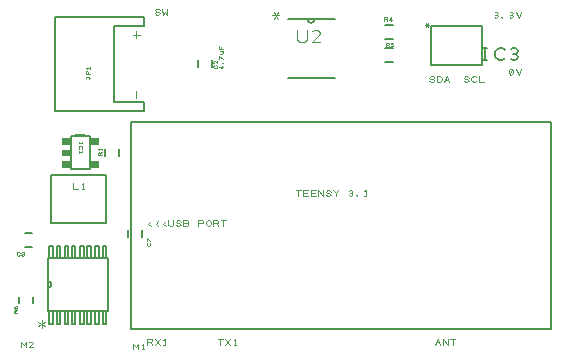
<source format=gbr>
%FSLAX23Y23*%
%MOIN*%
G04 EasyPC Gerber Version 17.0 Build 3379 *
%ADD11C,0.00100*%
%ADD16C,0.00128*%
%ADD13C,0.00300*%
%ADD15C,0.00400*%
%ADD10C,0.00500*%
%ADD12C,0.00600*%
%ADD14C,0.00800*%
X0Y0D02*
D02*
D10*
X356Y438D02*
X541D01*
Y598*
X356*
Y438*
X623Y84D02*
X2023D01*
Y773*
X623*
Y84*
X1798Y982D02*
X1810D01*
X1804D02*
Y1019D01*
X1798D02*
X1810D01*
X1870Y988D02*
X1866Y985D01*
X1860Y982*
X1851*
X1845Y985*
X1841Y988*
X1838Y994*
Y1007*
X1841Y1013*
X1845Y1016*
X1851Y1019*
X1860*
X1866Y1016*
X1870Y1013*
X1891Y985D02*
X1898Y982D01*
X1904*
X1910Y985*
X1913Y991*
X1910Y998*
X1904Y1001*
X1898*
X1904D02*
X1910Y1004D01*
X1913Y1010*
X1910Y1016*
X1904Y1019*
X1898*
X1891Y1016*
X1793Y963D02*
Y1093D01*
X1623*
Y963*
X1793*
D02*
D11*
X257Y23D02*
Y42D01*
X265Y32*
X273Y42*
Y23*
X295D02*
X282D01*
X293Y34*
X295Y37*
X293Y40*
X290Y42*
X285*
X282Y40*
X394Y645D02*
Y625D01*
X420*
Y645*
X394*
G36*
Y625*
X420*
Y645*
X394*
G37*
Y682D02*
Y663D01*
X420*
Y682*
X394*
G36*
Y663*
X420*
Y682*
X394*
G37*
Y720D02*
Y700D01*
X420*
Y720*
X394*
G36*
Y700*
X420*
Y720*
X394*
G37*
X431Y571D02*
Y552D01*
X447*
X459D02*
X466D01*
X462D02*
Y571D01*
X459Y568*
X487Y645D02*
Y625D01*
X512*
Y645*
X487*
G36*
Y625*
X512*
Y645*
X487*
G37*
Y720D02*
Y700D01*
X512*
Y720*
X487*
G36*
Y700*
X512*
Y720*
X487*
G37*
X631Y16D02*
Y34D01*
X639Y25*
X647Y34*
Y16*
X660D02*
X666D01*
X663D02*
Y34D01*
X660Y31*
X689Y427D02*
X681Y435D01*
X689Y443*
X714Y427D02*
X706Y435D01*
X714Y443*
X739Y427D02*
X731Y435D01*
X739Y443*
X748Y446D02*
Y432D01*
X750Y429*
X753Y427*
X759*
X762Y429*
X764Y432*
Y446*
X773Y432D02*
X775Y429D01*
X778Y427*
X784*
X787Y429*
X789Y432*
X787Y435*
X784Y437*
X778*
X775Y438*
X773Y441*
X775Y444*
X778Y446*
X784*
X787Y444*
X789Y441*
X809Y437D02*
X812Y435D01*
X814Y432*
X812Y429*
X809Y427*
X798*
Y446*
X809*
X812Y444*
X814Y441*
X812Y438*
X809Y437*
X798*
X848Y427D02*
Y446D01*
X859*
X862Y444*
X864Y441*
X862Y438*
X859Y437*
X848*
X873Y433D02*
Y440D01*
X875Y443*
X876Y444*
X880Y446*
X883*
X886Y444*
X887Y443*
X889Y440*
Y433*
X887Y430*
X886Y429*
X883Y427*
X880*
X876Y429*
X875Y430*
X873Y433*
X898Y427D02*
Y446D01*
X909*
X912Y444*
X914Y441*
X912Y438*
X909Y437*
X898*
X909D02*
X914Y427D01*
X931D02*
Y446D01*
X923D02*
X939D01*
X678Y32D02*
Y51D01*
X689*
X692Y49*
X694Y46*
X692Y43*
X689Y42*
X678*
X689D02*
X694Y32D01*
X703D02*
X719Y51D01*
X703D02*
X719Y32D01*
X731D02*
X738D01*
X735D02*
Y51D01*
X731Y48*
X703Y1137D02*
X705Y1134D01*
X708Y1132*
X714*
X717Y1134*
X719Y1137*
X717Y1140*
X714Y1142*
X708*
X705Y1143*
X703Y1146*
X705Y1149*
X708Y1151*
X714*
X717Y1149*
X719Y1146*
X728Y1151D02*
X730Y1132D01*
X736Y1142*
X742Y1132*
X744Y1151*
X921Y32D02*
Y51D01*
X913D02*
X929D01*
X938Y32D02*
X954Y51D01*
X938D02*
X954Y32D01*
X966D02*
X973D01*
X970D02*
Y51D01*
X966Y48*
X1181Y527D02*
Y546D01*
X1173D02*
X1189D01*
X1198Y527D02*
Y546D01*
X1214*
X1211Y537D02*
X1198D01*
Y527D02*
X1214D01*
X1223D02*
Y546D01*
X1239*
X1236Y537D02*
X1223D01*
Y527D02*
X1239D01*
X1248D02*
Y546D01*
X1264Y527*
Y546*
X1273Y532D02*
X1275Y529D01*
X1278Y527*
X1284*
X1287Y529*
X1289Y532*
X1287Y535*
X1284Y537*
X1278*
X1275Y538*
X1273Y541*
X1275Y544*
X1278Y546*
X1284*
X1287Y544*
X1289Y541*
X1306Y527D02*
Y537D01*
X1298Y546*
X1306Y537D02*
X1314Y546D01*
X1350Y529D02*
X1353Y527D01*
X1356*
X1359Y529*
X1361Y532*
X1359Y535*
X1356Y537*
X1353*
X1356D02*
X1359Y538D01*
X1361Y541*
X1359Y544*
X1356Y546*
X1353*
X1350Y544*
X1375Y527D02*
X1376Y529D01*
X1375Y530*
X1373Y529*
X1375Y527*
X1401D02*
X1408D01*
X1405D02*
Y546D01*
X1401Y543*
X1603Y1098D02*
X1616D01*
X1606Y1092D02*
X1613Y1105D01*
X1606D02*
X1613Y1092D01*
X1618Y912D02*
X1620Y909D01*
X1623Y907*
X1629*
X1632Y909*
X1634Y912*
X1632Y915*
X1629Y917*
X1623*
X1620Y918*
X1618Y921*
X1620Y924*
X1623Y926*
X1629*
X1632Y924*
X1634Y921*
X1643Y907D02*
Y926D01*
X1653*
X1656Y924*
X1657Y923*
X1659Y920*
Y913*
X1657Y910*
X1656Y909*
X1653Y907*
X1643*
X1668D02*
X1676Y926D01*
X1684Y907*
X1671Y915D02*
X1681D01*
X1638Y32D02*
X1646Y51D01*
X1654Y32*
X1641Y40D02*
X1651D01*
X1663Y32D02*
Y51D01*
X1679Y32*
Y51*
X1696Y32D02*
Y51D01*
X1688D02*
X1704D01*
X1733Y912D02*
X1735Y909D01*
X1738Y907*
X1744*
X1747Y909*
X1749Y912*
X1747Y915*
X1744Y917*
X1738*
X1735Y918*
X1733Y921*
X1735Y924*
X1738Y926*
X1744*
X1747Y924*
X1749Y921*
X1774Y910D02*
X1772Y909D01*
X1769Y907*
X1765*
X1761Y909*
X1760Y910*
X1758Y913*
Y920*
X1760Y923*
X1761Y924*
X1765Y926*
X1769*
X1772Y924*
X1774Y923*
X1783Y926D02*
Y907D01*
X1799*
X1835Y1124D02*
X1838Y1122D01*
X1841*
X1844Y1124*
X1846Y1127*
X1844Y1130*
X1841Y1132*
X1838*
X1841D02*
X1844Y1133D01*
X1846Y1136*
X1844Y1139*
X1841Y1141*
X1838*
X1835Y1139*
X1860Y1122D02*
X1861Y1124D01*
X1860Y1125*
X1858Y1124*
X1860Y1122*
X1885Y1124D02*
X1888Y1122D01*
X1891*
X1894Y1124*
X1896Y1127*
X1894Y1130*
X1891Y1132*
X1888*
X1891D02*
X1894Y1133D01*
X1896Y1136*
X1894Y1139*
X1891Y1141*
X1888*
X1885Y1139*
X1908Y1141D02*
X1916Y1122D01*
X1924Y1141*
X1885Y934D02*
X1888Y932D01*
X1891*
X1894Y934*
X1896Y937*
Y946*
X1894Y949*
X1891Y951*
X1888*
X1885Y949*
X1883Y946*
Y937*
X1885Y934*
X1894Y949*
X1908Y951D02*
X1916Y932D01*
X1924Y951*
D02*
D12*
X251Y169D02*
Y192D01*
X270Y357D02*
X294D01*
X270Y404D02*
X294D01*
X298Y169D02*
Y192D01*
X346Y143D02*
X546D01*
Y321*
X346*
Y143*
Y220D02*
G75*
G03Y244J12D01*
G01*
Y220D02*
G75*
G03Y244J12D01*
G01*
Y298D02*
Y166D01*
X351Y362D02*
Y321D01*
X362*
Y362*
X351*
X362Y102D02*
Y143D01*
X351*
Y102*
X362*
X376Y362D02*
Y321D01*
X388*
Y362*
X376*
X388Y102D02*
Y143D01*
X376*
Y102*
X388*
X402Y362D02*
Y321D01*
X413*
Y362*
X402*
X413Y102D02*
Y143D01*
X402*
Y102*
X413*
X422Y617D02*
Y728D01*
X485*
Y617*
X422*
X427Y362D02*
Y321D01*
X438*
Y362*
X427*
X438Y102D02*
Y143D01*
X427*
Y102*
X438*
X453Y362D02*
Y321D01*
X465*
Y362*
X453*
X465Y102D02*
Y143D01*
X453*
Y102*
X465*
X477Y362D02*
Y321D01*
X489*
Y362*
X477*
X489Y102D02*
Y143D01*
X477*
Y102*
X489*
X503Y362D02*
Y321D01*
X516*
Y362*
X503*
X516Y102D02*
Y143D01*
X503*
Y102*
X516*
X530Y362D02*
Y321D01*
X541*
Y362*
X530*
X535Y661D02*
Y684D01*
X541Y102D02*
Y143D01*
X530*
Y102*
X541*
X546Y166D02*
Y298D01*
X582Y661D02*
Y684D01*
X613Y390D02*
Y413D01*
X660Y390D02*
Y413D01*
X845Y979D02*
Y956D01*
X892Y979D02*
Y956D01*
X1145Y919D02*
X1302D01*
X1211Y1116D02*
G75*
G03X1235I12D01*
G01*
X1302D02*
X1145D01*
X1471Y974D02*
X1495D01*
X1471Y1021D02*
X1495D01*
X1471Y1049D02*
X1495D01*
X1471Y1096D02*
X1495D01*
D02*
D13*
X326Y88D02*
Y113D01*
X338Y94D02*
X313Y107D01*
Y94D02*
X338Y107D01*
X326Y88D02*
Y113D01*
X338Y94D02*
X313Y107D01*
Y94D02*
X338Y107D01*
X1093Y1129D02*
X1118D01*
X1100Y1117D02*
X1112Y1142D01*
X1100D02*
X1112Y1117D01*
X1178Y1079D02*
Y1051D01*
X1181Y1045*
X1188Y1042*
X1200*
X1206Y1045*
X1210Y1051*
Y1079*
X1253Y1042D02*
X1228D01*
X1250Y1064*
X1253Y1070*
X1250Y1076*
X1244Y1079*
X1235*
X1228Y1076*
D02*
D14*
X436Y729D02*
X470D01*
Y617D02*
X436D01*
X485Y683D02*
Y662D01*
X567Y1093D02*
Y842D01*
X665*
Y810*
X370*
Y1125*
X665*
Y1093*
X567*
D02*
D15*
X641Y853D02*
Y877D01*
Y1053D02*
Y1077D01*
X654Y1065D02*
X629D01*
D02*
D16*
X252Y330D02*
X251Y329D01*
X249Y328*
X246*
X244Y329*
X243Y330*
X242Y332*
Y336*
X243Y338*
X244Y339*
X246Y340*
X249*
X251Y339*
X252Y338*
X261Y334D02*
X263D01*
X265Y335*
X266Y337*
X265Y339*
X263Y340*
X261*
X259Y339*
X258Y337*
X259Y335*
X261Y334*
X259Y333*
X258Y331*
X259Y329*
X261Y328*
X263*
X265Y329*
X266Y331*
X265Y333*
X263Y334*
X244Y136D02*
X232D01*
Y143*
X233Y145*
X235Y146*
X237Y145*
X238Y143*
Y136*
Y143D02*
X244Y146D01*
X241Y152D02*
X239Y153D01*
X238Y155*
Y157*
X239Y159*
X241Y160*
X243Y159*
X244Y157*
Y155*
X243Y153*
X241Y152*
X238*
X235Y153*
X233Y155*
X232Y157*
X449Y707D02*
Y703D01*
Y705D02*
X461D01*
Y707D02*
Y703D01*
X451Y684D02*
X450Y685D01*
X449Y687*
Y690*
X450Y692*
X451Y693*
X453Y694*
X457*
X459Y693*
X460Y692*
X461Y690*
Y687*
X460Y685*
X459Y684*
X449Y676D02*
Y672D01*
Y674D02*
X461D01*
X459Y676*
X483Y918D02*
X484Y919D01*
X485Y921*
X484Y923*
X483Y924*
X473*
Y925*
Y924D02*
Y920D01*
X485Y934D02*
X473D01*
Y941*
X474Y943*
X476Y944*
X478Y943*
X479Y941*
Y934*
X485Y952D02*
Y956D01*
Y954D02*
X473D01*
X475Y952*
X525Y663D02*
X513D01*
Y670*
X514Y672*
X516Y673*
X518Y672*
X519Y670*
Y663*
Y670D02*
X525Y673D01*
Y681D02*
Y685D01*
Y683D02*
X513D01*
X515Y681*
X686Y372D02*
X687Y371D01*
X688Y369*
Y366*
X687Y364*
X686Y363*
X684Y362*
X680*
X678Y363*
X677Y364*
X676Y366*
Y369*
X677Y371*
X678Y372*
X688Y378D02*
X676Y386D01*
Y378*
X908Y963D02*
X909Y962D01*
X910Y960*
Y956*
X909Y955*
X908Y954*
X906Y953*
X902*
X900Y954*
X899Y955*
X898Y956*
Y960*
X899Y962*
X900Y963*
X910Y977D02*
Y969D01*
X903Y976*
X901Y977*
X899Y976*
X898Y974*
Y971*
X899Y969*
X929Y958D02*
X917D01*
X925Y953*
Y961*
X929Y970D02*
X928Y971D01*
X927Y970*
X928Y969*
X929Y970*
Y985D02*
X917Y993D01*
Y985*
X921Y1000D02*
X926D01*
X928Y1002*
X929Y1004*
Y1006*
X928Y1008*
X926Y1009*
X921D02*
X929D01*
Y1016D02*
X917D01*
Y1027*
X923Y1025D02*
Y1016D01*
X1468Y1111D02*
Y1123D01*
X1475*
X1477Y1122*
X1478Y1120*
X1477Y1117*
X1475Y1117*
X1468*
X1475D02*
X1478Y1111D01*
X1489D02*
Y1123D01*
X1484Y1115*
X1492*
X1473Y1026D02*
Y1038D01*
X1480*
X1482Y1037*
X1483Y1035*
X1482Y1033*
X1480Y1032*
X1473*
X1480D02*
X1483Y1026D01*
X1489Y1027D02*
X1491Y1026D01*
X1494*
X1496Y1027*
X1497Y1029*
Y1030*
X1496Y1032*
X1494Y1033*
X1489*
Y1038*
X1497*
X0Y0D02*
M02*

</source>
